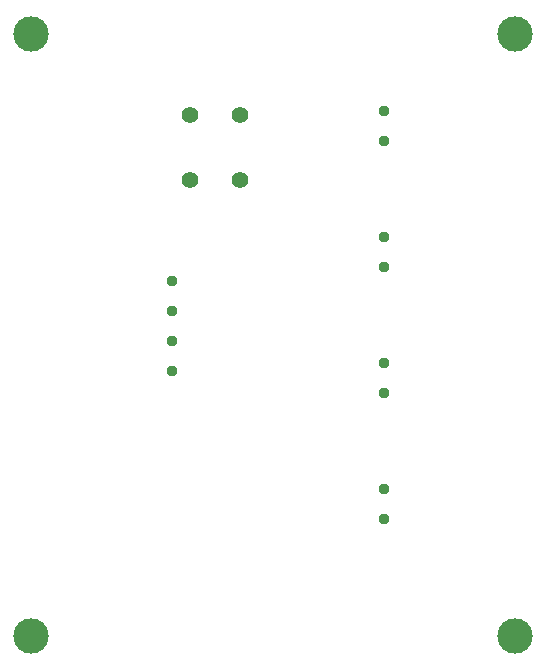
<source format=gbr>
%TF.GenerationSoftware,Altium Limited,Altium Designer,23.1.1 (15)*%
G04 Layer_Color=0*
%FSLAX45Y45*%
%MOMM*%
%TF.SameCoordinates,360EE30D-AB56-4616-9298-F0F78F6C7FA0*%
%TF.FilePolarity,Positive*%
%TF.FileFunction,Plated,1,2,PTH,Drill*%
%TF.Part,Single*%
G01*
G75*
%TA.AperFunction,ComponentDrill*%
%ADD17C,0.95000*%
%ADD18C,1.40000*%
%TA.AperFunction,ViaDrill,NotFilled*%
%ADD19C,3.00000*%
D17*
X1500000Y2544000D02*
D03*
Y3306000D02*
D03*
Y3052000D02*
D03*
Y2798000D02*
D03*
X3289300Y4495800D02*
D03*
Y4749800D02*
D03*
Y3429000D02*
D03*
Y3683000D02*
D03*
Y1549400D02*
D03*
Y1295400D02*
D03*
Y2362200D02*
D03*
Y2616200D02*
D03*
D18*
X2070100Y4165600D02*
D03*
Y4715600D02*
D03*
X1650100D02*
D03*
Y4165600D02*
D03*
D19*
X300000Y300000D02*
D03*
X4400000D02*
D03*
Y5400000D02*
D03*
X300000D02*
D03*
%TF.MD5,cd7b1c58aa1c3acff5bae2e7a4e8df69*%
M02*

</source>
